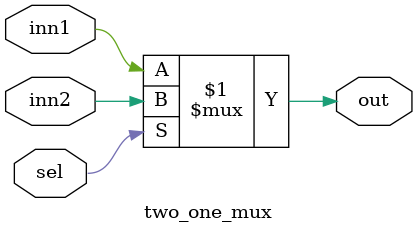
<source format=v>
`timescale 1ns / 1ps


module two_one_mux(inn1,inn2,sel,out);
    input inn1,inn2,sel; //input for mux & select line
    output out; //output for mux
    assign out=sel?inn2:inn1; //use terninary operator for mux operation
endmodule

</source>
